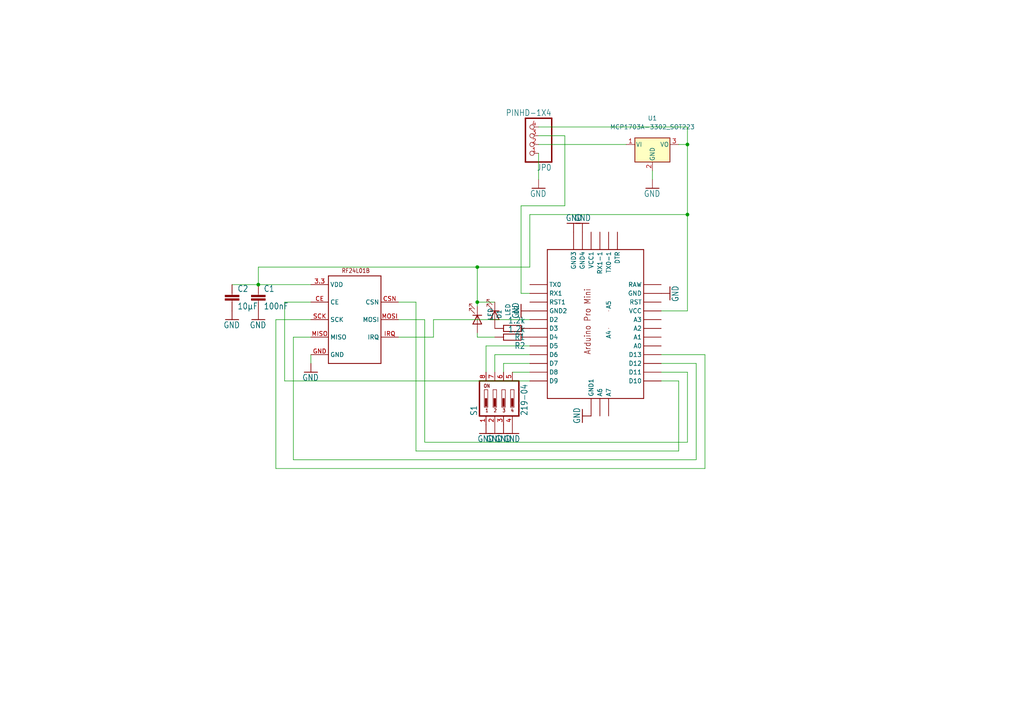
<source format=kicad_sch>
(kicad_sch (version 20211123) (generator eeschema)
  (paper "A4")
  (title_block (title "TeleinfoMySensors") (company "FuméeBleue"))
  (lib_symbols
    (symbol "Device:LED" (pin_numbers hide) (pin_names (offset 1.016) hide)
      (property "Reference" "D" (at 0 2.54 0))
      (property "Value" "LED" (at 0 -2.54 0))
      (symbol "LED_0_1"
        (polyline (pts (xy -1.27 -1.27) (xy -1.27 1.27)) (stroke (width 0.254)))
        (polyline (pts (xy -1.27 0) (xy 1.27 0)))
        (polyline (pts (xy 1.27 -1.27) (xy 1.27 1.27) (xy -1.27 0) (xy 1.27 -1.27)) (stroke (width 0.254)))
        (polyline (pts (xy -3.048 -0.762) (xy -4.572 -2.286) (xy -3.81 -2.286) (xy -4.572 -2.286) (xy -4.572 -1.524)))
        (polyline (pts (xy -1.778 -0.762) (xy -3.302 -2.286) (xy -2.54 -2.286) (xy -3.302 -2.286) (xy -3.302 -1.524)))
      )
      (symbol "LED_1_1"
        (pin passive line (at -3.81 0 0) (length 2.54) (name "K") (number "1"))
        (pin passive line (at 3.81 0 180) (length 2.54) (name "A") (number "2"))
      )
    )
    (symbol "Regulator_Linear:MCP1703A-3302_SOT223" (pin_names (offset 0.254))
      (property "Reference" "U" (at -3.81 3.175 0))
      (property "Value" "MCP1703A-3302_SOT223" (at 0 3.175 0))
      (symbol "MCP1703A-3302_SOT223_0_1"
        (rectangle (start -5.08 -5.08) (end 5.08 1.905) (stroke (width 0.254)) (fill (type background)))
      )
      (symbol "MCP1703A-3302_SOT223_1_1"
        (pin power_in line (at -7.62 0 0) (length 2.54) (name "VI") (number "1"))
        (pin power_in line (at 0 -7.62 90) (length 2.54) (name "GND") (number "2"))
        (pin power_out line (at 7.62 0 180) (length 2.54) (name "VO") (number "3"))
      )
    )
    (symbol "TeleinfoMySensorsEBYTE2-eagle-import:219-04"
      (property "Reference" "S" (at -5.08 -5.08 90))
      (property "Value" "219-04" (at 9.525 -5.08 90))
      (symbol "219-04_1_0"
        (rectangle (start -2.794 -2.286) (end -2.286 0) (fill (type outline)))
        (rectangle (start -0.254 -2.286) (end 0.254 0) (fill (type outline)))
        (polyline (pts (xy -4.445 -5.08) (xy 6.985 -5.08)) (stroke (width 0.4064)))
        (polyline (pts (xy -4.445 5.08) (xy -4.445 -5.08)) (stroke (width 0.4064)))
        (polyline (pts (xy -3.048 -2.54) (xy -3.048 2.54)) (stroke (width 0.1524)))
        (polyline (pts (xy -3.048 2.54) (xy -2.032 2.54)) (stroke (width 0.1524)))
        (polyline (pts (xy -2.032 -2.54) (xy -3.048 -2.54)) (stroke (width 0.1524)))
        (polyline (pts (xy -2.032 2.54) (xy -2.032 -2.54)) (stroke (width 0.1524)))
        (polyline (pts (xy -0.508 -2.54) (xy -0.508 2.54)) (stroke (width 0.1524)))
        (polyline (pts (xy -0.508 2.54) (xy 0.508 2.54)) (stroke (width 0.1524)))
        (polyline (pts (xy 0.508 -2.54) (xy -0.508 -2.54)) (stroke (width 0.1524)))
        (polyline (pts (xy 0.508 2.54) (xy 0.508 -2.54)) (stroke (width 0.1524)))
        (polyline (pts (xy 2.032 -2.54) (xy 2.032 2.54)) (stroke (width 0.1524)))
        (polyline (pts (xy 2.032 2.54) (xy 3.048 2.54)) (stroke (width 0.1524)))
        (polyline (pts (xy 3.048 -2.54) (xy 2.032 -2.54)) (stroke (width 0.1524)))
        (polyline (pts (xy 3.048 2.54) (xy 3.048 -2.54)) (stroke (width 0.1524)))
        (polyline (pts (xy 4.572 -2.54) (xy 4.572 2.54)) (stroke (width 0.1524)))
        (polyline (pts (xy 4.572 2.54) (xy 5.588 2.54)) (stroke (width 0.1524)))
        (polyline (pts (xy 5.588 -2.54) (xy 4.572 -2.54)) (stroke (width 0.1524)))
        (polyline (pts (xy 5.588 2.54) (xy 5.588 -2.54)) (stroke (width 0.1524)))
        (polyline (pts (xy 6.985 -5.08) (xy 6.985 5.08)) (stroke (width 0.4064)))
        (polyline (pts (xy 6.985 5.08) (xy -4.445 5.08)) (stroke (width 0.4064)))
        (rectangle (start 2.286 -2.286) (end 2.794 0) (fill (type outline)))
        (rectangle (start 4.826 -2.286) (end 5.334 0) (fill (type outline)))
        (text "1" (at -2.794 -4.064 0) (effects (font (size 0.9906 0.842) (thickness 0.1684) bold) (justify left bottom)))
        (text "2" (at -0.381 -4.064 0) (effects (font (size 0.9906 0.842) (thickness 0.1684) bold) (justify left bottom)))
        (text "3" (at 2.159 -4.064 0) (effects (font (size 0.9906 0.842) (thickness 0.1684) bold) (justify left bottom)))
        (text "4" (at 4.572 -4.064 0) (effects (font (size 0.9906 0.842) (thickness 0.1684) bold) (justify left bottom)))
        (text "ON" (at -3.302 3.048 0) (effects (font (size 0.9906 0.842) (thickness 0.1684) bold) (justify left bottom)))
        (pin passive line (at -2.54 -7.62 90) (length 2.54) (name "1") (number "1"))
        (pin passive line (at 0 -7.62 90) (length 2.54) (name "2") (number "2"))
        (pin passive line (at 2.54 -7.62 90) (length 2.54) (name "3") (number "3"))
        (pin passive line (at 5.08 -7.62 90) (length 2.54) (name "4") (number "4"))
        (pin passive line (at 5.08 7.62 270) (length 2.54) (name "5") (number "5"))
        (pin passive line (at 2.54 7.62 270) (length 2.54) (name "6") (number "6"))
        (pin passive line (at 0 7.62 270) (length 2.54) (name "7") (number "7"))
        (pin passive line (at -2.54 7.62 270) (length 2.54) (name "8") (number "8"))
      )
    )
    (symbol "TeleinfoMySensorsEBYTE2-eagle-import:ABK-PRO-MINI"
      (symbol "ABK-PRO-MINI_1_0"
        (polyline (pts (xy -17.78 -20.32) (xy -17.78 22.86)) (stroke (width 0.254)))
        (polyline (pts (xy -17.78 22.86) (xy 10.16 22.86)) (stroke (width 0.254)))
        (polyline (pts (xy 10.16 -20.32) (xy -17.78 -20.32)) (stroke (width 0.254)))
        (polyline (pts (xy 10.16 22.86) (xy 10.16 -20.32)) (stroke (width 0.254)))
        (text "Arduino Pro Mini" (at -5.08 -7.62 900) (effects (font (size 1.778 1.5113)) (justify left bottom)))
        (pin bidirectional line (at 15.24 -5.08 180) (length 5.08) (name "A0") (number "A0"))
        (pin bidirectional line (at 15.24 -2.54 180) (length 5.08) (name "A1") (number "A1"))
        (pin bidirectional line (at 15.24 0 180) (length 5.08) (name "A2") (number "A2"))
        (pin bidirectional line (at 15.24 2.54 180) (length 5.08) (name "A3") (number "A3"))
        (pin bidirectional line (at 0 0 270) (length 0) (name "A4") (number "A4"))
        (pin bidirectional line (at 0 5.08 90) (length 0) (name "A5") (number "A5"))
        (pin bidirectional line (at -2.54 -25.4 90) (length 5.08) (name "A6") (number "A6"))
        (pin bidirectional line (at 0 -25.4 90) (length 5.08) (name "A7") (number "A7"))
        (pin bidirectional line (at 15.24 -15.24 180) (length 5.08) (name "D10") (number "D10"))
        (pin bidirectional line (at 15.24 -12.7 180) (length 5.08) (name "D11") (number "D11"))
        (pin bidirectional line (at 15.24 -10.16 180) (length 5.08) (name "D12") (number "D12"))
        (pin bidirectional line (at 15.24 -7.62 180) (length 5.08) (name "D13") (number "D13"))
        (pin bidirectional line (at -22.86 2.54 0) (length 5.08) (name "D2") (number "D2"))
        (pin bidirectional line (at -22.86 0 0) (length 5.08) (name "D3") (number "D3"))
        (pin bidirectional line (at -22.86 -2.54 0) (length 5.08) (name "D4") (number "D4"))
        (pin bidirectional line (at -22.86 -5.08 0) (length 5.08) (name "D5") (number "D5"))
        (pin bidirectional line (at -22.86 -7.62 0) (length 5.08) (name "D6") (number "D6"))
        (pin bidirectional line (at -22.86 -10.16 0) (length 5.08) (name "D7") (number "D7"))
        (pin bidirectional line (at -22.86 -12.7 0) (length 5.08) (name "D8") (number "D8"))
        (pin bidirectional line (at -22.86 -15.24 0) (length 5.08) (name "D9") (number "D9"))
        (pin bidirectional line (at 2.54 27.94 270) (length 5.08) (name "DTR") (number "DTR"))
        (pin bidirectional line (at 15.24 10.16 180) (length 5.08) (name "GND") (number "GND"))
        (pin bidirectional line (at -22.86 5.08 0) (length 5.08) (name "GND2") (number "GND1"))
        (pin bidirectional line (at -10.16 27.94 270) (length 5.08) (name "GND3") (number "GND2"))
        (pin bidirectional line (at -7.62 27.94 270) (length 5.08) (name "GND4") (number "GND3"))
        (pin bidirectional line (at -5.08 -25.4 90) (length 5.08) (name "GND1") (number "GND4"))
        (pin bidirectional line (at 15.24 12.7 180) (length 5.08) (name "RAW") (number "RAW"))
        (pin bidirectional line (at 15.24 7.62 180) (length 5.08) (name "RST") (number "RST"))
        (pin bidirectional line (at -22.86 7.62 0) (length 5.08) (name "RST1") (number "RST1"))
        (pin bidirectional line (at -22.86 10.16 0) (length 5.08) (name "RX1") (number "RX1"))
        (pin bidirectional line (at -2.54 27.94 270) (length 5.08) (name "RX1-1") (number "RX1-1"))
        (pin bidirectional line (at -22.86 12.7 0) (length 5.08) (name "TX0") (number "TX0"))
        (pin bidirectional line (at 0 27.94 270) (length 5.08) (name "TX0-1") (number "TX0-1"))
        (pin bidirectional line (at 15.24 5.08 180) (length 5.08) (name "VCC") (number "VCC"))
        (pin bidirectional line (at -5.08 27.94 270) (length 5.08) (name "VCC1") (number "VCC1"))
      )
    )
    (symbol "TeleinfoMySensorsEBYTE2-eagle-import:C-EUC1206"
      (property "Reference" "C" (at 1.524 0.381 0))
      (property "Value" "C-EUC1206" (at 1.524 -4.699 0))
      (symbol "C-EUC1206_1_0"
        (rectangle (start -2.032 -2.032) (end 2.032 -1.524) (fill (type outline)))
        (rectangle (start -2.032 -1.016) (end 2.032 -0.508) (fill (type outline)))
        (polyline (pts (xy 0 -2.54) (xy 0 -2.032)) (stroke (width 0.1524)))
        (polyline (pts (xy 0 0) (xy 0 -0.508)) (stroke (width 0.1524)))
        (pin passive line (at 0 2.54 270) (length 2.54) (name "1") (number "1"))
        (pin passive line (at 0 -5.08 90) (length 2.54) (name "2") (number "2"))
      )
    )
    (symbol "TeleinfoMySensorsEBYTE2-eagle-import:C-EUC1210"
      (property "Reference" "C" (at 1.524 0.381 0))
      (property "Value" "C-EUC1210" (at 1.524 -4.699 0))
      (symbol "C-EUC1210_1_0"
        (rectangle (start -2.032 -2.032) (end 2.032 -1.524) (fill (type outline)))
        (rectangle (start -2.032 -1.016) (end 2.032 -0.508) (fill (type outline)))
        (polyline (pts (xy 0 -2.54) (xy 0 -2.032)) (stroke (width 0.1524)))
        (polyline (pts (xy 0 0) (xy 0 -0.508)) (stroke (width 0.1524)))
        (pin passive line (at 0 2.54 270) (length 2.54) (name "1") (number "1"))
        (pin passive line (at 0 -5.08 90) (length 2.54) (name "2") (number "2"))
      )
    )
    (symbol "TeleinfoMySensorsEBYTE2-eagle-import:GND" (power)
      (property "Value" "GND" (at -2.54 -2.54 0))
      (symbol "GND_1_0"
        (polyline (pts (xy -1.905 0) (xy 1.905 0)) (stroke (width 0.254)))
        (pin power_in line (at 0 2.54 270) (length 2.54) (name "GND") (number "1"))
      )
    )
    (symbol "TeleinfoMySensorsEBYTE2-eagle-import:NRFL01SMSEBYTE"
      (symbol "NRFL01SMSEBYTE_1_0"
        (polyline (pts (xy -7.62 -12.7) (xy -7.62 12.7)) (stroke (width 0.254)))
        (polyline (pts (xy -7.62 12.7) (xy 7.62 12.7)) (stroke (width 0.254)))
        (polyline (pts (xy 7.62 -12.7) (xy -7.62 -12.7)) (stroke (width 0.254)))
        (polyline (pts (xy 7.62 12.7) (xy 7.62 -12.7)) (stroke (width 0.254)))
        (text "RF24L01B" (at -3.81 13.462 0) (effects (font (size 1.27 1.0795)) (justify left bottom)))
        (pin bidirectional line (at -12.7 10.16 0) (length 5.08) (name "VDD") (number "3.3"))
        (pin bidirectional line (at -12.7 5.08 0) (length 5.08) (name "CE") (number "CE"))
        (pin bidirectional line (at 12.7 5.08 180) (length 5.08) (name "CSN") (number "CSN"))
        (pin bidirectional line (at -12.7 -10.16 0) (length 5.08) (name "GND") (number "GND"))
        (pin bidirectional line (at 12.7 -5.08 180) (length 5.08) (name "IRQ") (number "IRQ"))
        (pin bidirectional line (at -12.7 -5.08 0) (length 5.08) (name "MISO") (number "MISO"))
        (pin bidirectional line (at 12.7 0 180) (length 5.08) (name "MOSI") (number "MOSI"))
        (pin bidirectional line (at -12.7 0 0) (length 5.08) (name "SCK") (number "SCK"))
      )
    )
    (symbol "TeleinfoMySensorsEBYTE2-eagle-import:PINHD-1X4"
      (property "Reference" "JP" (at -6.35 8.255 0))
      (property "Value" "PINHD-1X4" (at -6.35 -7.62 0))
      (symbol "PINHD-1X4_1_0"
        (polyline (pts (xy -6.35 -5.08) (xy 1.27 -5.08)) (stroke (width 0.4064)))
        (polyline (pts (xy -6.35 7.62) (xy -6.35 -5.08)) (stroke (width 0.4064)))
        (polyline (pts (xy 1.27 -5.08) (xy 1.27 7.62)) (stroke (width 0.4064)))
        (polyline (pts (xy 1.27 7.62) (xy -6.35 7.62)) (stroke (width 0.4064)))
        (pin passive inverted (at -2.54 5.08 0) (length 2.54) (name "1") (number "1"))
        (pin passive inverted (at -2.54 2.54 0) (length 2.54) (name "2") (number "2"))
        (pin passive inverted (at -2.54 0 0) (length 2.54) (name "3") (number "3"))
        (pin passive inverted (at -2.54 -2.54 0) (length 2.54) (name "4") (number "4"))
      )
    )
    (symbol "TeleinfoMySensorsEBYTE2-eagle-import:R-EU_M1206"
      (property "Reference" "R" (at -3.81 1.4986 0))
      (property "Value" "R-EU_M1206" (at -3.81 -3.302 0))
      (symbol "R-EU_M1206_1_0"
        (polyline (pts (xy -2.54 -0.889) (xy -2.54 0.889)) (stroke (width 0.254)))
        (polyline (pts (xy -2.54 -0.889) (xy 2.54 -0.889)) (stroke (width 0.254)))
        (polyline (pts (xy 2.54 -0.889) (xy 2.54 0.889)) (stroke (width 0.254)))
        (polyline (pts (xy 2.54 0.889) (xy -2.54 0.889)) (stroke (width 0.254)))
        (pin passive line (at -5.08 0 0) (length 2.54) (name "1") (number "1"))
        (pin passive line (at 5.08 0 180) (length 2.54) (name "2") (number "2"))
      )
    )
  )
  (junction (at 138.43 77.47))
  (junction (at 74.93 82.55))
  (junction (at 199.39 41.91))
  (junction (at 199.39 62.23))
  (junction (at 138.43 87.63))
  (wire (pts (xy 74.93 77.47) (xy 74.93 82.55)))
  (wire (pts (xy 199.39 90.17) (xy 199.39 62.23)))
  (wire (pts (xy 140.97 107.95) (xy 140.97 100.33)))
  (wire (pts (xy 153.67 77.47) (xy 138.43 77.47)))
  (wire (pts (xy 120.65 87.63) (xy 120.65 130.81)))
  (wire (pts (xy 204.47 135.89) (xy 204.47 102.87)))
  (wire (pts (xy 156.21 52.07) (xy 156.21 44.45)))
  (wire (pts (xy 163.83 59.69) (xy 163.83 39.37)))
  (wire (pts (xy 138.43 97.79) (xy 138.43 96.52)))
  (wire (pts (xy 199.39 62.23) (xy 153.67 62.23)))
  (wire (pts (xy 191.77 90.17) (xy 199.39 90.17)))
  (wire (pts (xy 143.51 97.79) (xy 138.43 97.79)))
  (wire (pts (xy 199.39 36.83) (xy 199.39 41.91)))
  (wire (pts (xy 146.05 105.41) (xy 153.67 105.41)))
  (wire (pts (xy 199.39 128.27) (xy 199.39 107.95)))
  (wire (pts (xy 85.09 133.35) (xy 201.93 133.35)))
  (wire (pts (xy 67.31 82.55) (xy 74.93 82.55)))
  (wire (pts (xy 138.43 87.63) (xy 138.43 77.47)))
  (wire (pts (xy 74.93 82.55) (xy 90.17 82.55)))
  (wire (pts (xy 90.17 102.87) (xy 90.17 105.41)))
  (wire (pts (xy 90.17 92.71) (xy 80.01 92.71)))
  (wire (pts (xy 189.23 49.53) (xy 189.23 52.07)))
  (wire (pts (xy 82.55 87.63) (xy 82.55 110.49)))
  (wire (pts (xy 125.73 92.71) (xy 153.67 92.71)))
  (wire (pts (xy 148.59 107.95) (xy 153.67 107.95)))
  (wire (pts (xy 151.13 85.09) (xy 151.13 59.69)))
  (wire (pts (xy 146.05 107.95) (xy 146.05 105.41)))
  (wire (pts (xy 138.43 87.63) (xy 143.51 87.63)))
  (wire (pts (xy 82.55 110.49) (xy 153.67 110.49)))
  (wire (pts (xy 163.83 39.37) (xy 156.21 39.37)))
  (wire (pts (xy 80.01 92.71) (xy 80.01 135.89)))
  (wire (pts (xy 123.19 92.71) (xy 123.19 128.27)))
  (wire (pts (xy 199.39 41.91) (xy 199.39 62.23)))
  (wire (pts (xy 201.93 133.35) (xy 201.93 105.41)))
  (wire (pts (xy 90.17 87.63) (xy 82.55 87.63)))
  (wire (pts (xy 115.57 97.79) (xy 125.73 97.79)))
  (wire (pts (xy 196.85 41.91) (xy 199.39 41.91)))
  (wire (pts (xy 123.19 128.27) (xy 199.39 128.27)))
  (wire (pts (xy 151.13 59.69) (xy 163.83 59.69)))
  (wire (pts (xy 120.65 130.81) (xy 196.85 130.81)))
  (wire (pts (xy 204.47 102.87) (xy 191.77 102.87)))
  (wire (pts (xy 143.51 107.95) (xy 143.51 102.87)))
  (wire (pts (xy 156.21 36.83) (xy 199.39 36.83)))
  (wire (pts (xy 80.01 135.89) (xy 204.47 135.89)))
  (wire (pts (xy 196.85 130.81) (xy 196.85 110.49)))
  (wire (pts (xy 140.97 100.33) (xy 153.67 100.33)))
  (wire (pts (xy 125.73 97.79) (xy 125.73 92.71)))
  (wire (pts (xy 90.17 97.79) (xy 85.09 97.79)))
  (wire (pts (xy 196.85 110.49) (xy 191.77 110.49)))
  (wire (pts (xy 151.13 85.09) (xy 153.67 85.09)))
  (wire (pts (xy 143.51 102.87) (xy 153.67 102.87)))
  (wire (pts (xy 115.57 87.63) (xy 120.65 87.63)))
  (wire (pts (xy 201.93 105.41) (xy 191.77 105.41)))
  (wire (pts (xy 138.43 77.47) (xy 74.93 77.47)))
  (wire (pts (xy 123.19 92.71) (xy 115.57 92.71)))
  (wire (pts (xy 199.39 107.95) (xy 191.77 107.95)))
  (wire (pts (xy 156.21 41.91) (xy 181.61 41.91)))
  (wire (pts (xy 85.09 97.79) (xy 85.09 133.35)))
  (wire (pts (xy 153.67 62.23) (xy 153.67 77.47)))
  (wire (pts (xy 138.43 88.9) (xy 138.43 87.63)))
  (symbol (lib_id "TeleinfoMySensorsEBYTE2-eagle-import:NRFL01SMSEBYTE") (at 102.87 92.71 0) (unit 1)
    (property "Reference" "U$5" (effects hide))
    (property "Value" "NRFL01SMSEBYTE" (effects hide))
    (property "Footprint" "TeleinfoMySensorsEBYTE2:24L01SMDEBYTE" (effects hide))
  )
  (symbol (lib_id "TeleinfoMySensorsEBYTE2-eagle-import:GND") (at 168.91 120.65 270) (unit 1)
    (property "Reference" "#GND08" (effects hide))
    (property "Value" "GND" (at 166.37 118.11 0) (effects (font (size 1.778 1.5113)) (justify left bottom)))
    (property "Footprint" "TeleinfoMySensorsEBYTE2:" (effects hide))
  )
  (symbol (lib_id "Device:LED") (at 143.51 91.44 270) (unit 1)
    (property "Reference" "D2" (at 149.86 89.8525 0))
    (property "Value" "LED" (at 147.32 89.8525 0))
    (property "Footprint" "LED_THT:LED_D3.0mm" (effects hide))
  )
  (symbol (lib_id "TeleinfoMySensorsEBYTE2-eagle-import:GND") (at 156.21 54.61 0) (unit 1)
    (property "Reference" "#GND015" (effects hide))
    (property "Value" "GND" (at 153.67 57.15 0) (effects (font (size 1.778 1.5113)) (justify left bottom)))
    (property "Footprint" "TeleinfoMySensorsEBYTE2:" (effects hide))
  )
  (symbol (lib_id "TeleinfoMySensorsEBYTE2-eagle-import:GND") (at 140.97 125.73 0) (unit 1)
    (property "Reference" "#GND02" (effects hide))
    (property "Value" "GND" (at 138.43 128.27 0) (effects (font (size 1.778 1.5113)) (justify left bottom)))
    (property "Footprint" "TeleinfoMySensorsEBYTE2:" (effects hide))
  )
  (symbol (lib_id "Regulator_Linear:MCP1703A-3302_SOT223") (at 189.23 41.91 0) (unit 1)
    (property "Reference" "U1" (at 189.23 34.29 0))
    (property "Value" "MCP1703A-3302_SOT223" (at 189.23 36.83 0))
    (property "Footprint" "Package_TO_SOT_SMD:SOT-223-3_TabPin2" (effects hide))
    (property "Datasheet" "http://ww1.microchip.com/downloads/en/DeviceDoc/20005122B.pdf" (effects hide))
  )
  (symbol (lib_id "TeleinfoMySensorsEBYTE2-eagle-import:GND") (at 146.05 125.73 0) (unit 1)
    (property "Reference" "#GND05" (effects hide))
    (property "Value" "GND" (at 143.51 128.27 0) (effects (font (size 1.778 1.5113)) (justify left bottom)))
    (property "Footprint" "TeleinfoMySensorsEBYTE2:" (effects hide))
  )
  (symbol (lib_id "TeleinfoMySensorsEBYTE2-eagle-import:PINHD-1X4") (at 153.67 39.37 180) (unit 1)
    (property "Reference" "JP0" (at 160.02 47.625 0) (effects (font (size 1.778 1.5113)) (justify left bottom)))
    (property "Value" "PINHD-1X4" (at 160.02 31.75 0) (effects (font (size 1.778 1.5113)) (justify left bottom)))
    (property "Footprint" "TeleinfoMySensorsEBYTE2:1X04" (effects hide))
  )
  (symbol (lib_id "TeleinfoMySensorsEBYTE2-eagle-import:GND") (at 74.93 92.71 0) (unit 1)
    (property "Reference" "#GND016" (effects hide))
    (property "Value" "GND" (at 72.39 95.25 0) (effects (font (size 1.778 1.5113)) (justify left bottom)))
    (property "Footprint" "TeleinfoMySensorsEBYTE2:" (effects hide))
  )
  (symbol (lib_id "TeleinfoMySensorsEBYTE2-eagle-import:GND") (at 148.59 125.73 0) (unit 1)
    (property "Reference" "#GND010" (effects hide))
    (property "Value" "GND" (at 146.05 128.27 0) (effects (font (size 1.778 1.5113)) (justify left bottom)))
    (property "Footprint" "TeleinfoMySensorsEBYTE2:" (effects hide))
  )
  (symbol (lib_id "TeleinfoMySensorsEBYTE2-eagle-import:GND") (at 151.13 90.17 270) (unit 1)
    (property "Reference" "#GND011" (effects hide))
    (property "Value" "GND" (at 148.59 87.63 0) (effects (font (size 1.778 1.5113)) (justify left bottom)))
    (property "Footprint" "TeleinfoMySensorsEBYTE2:" (effects hide))
  )
  (symbol (lib_id "TeleinfoMySensorsEBYTE2-eagle-import:ABK-PRO-MINI") (at 176.53 95.25 0) (unit 1)
    (property "Reference" "U$1" (effects hide))
    (property "Value" "ABK-PRO-MINI" (effects hide))
    (property "Footprint" "TeleinfoMySensorsEBYTE2:ABK-PRO-MINI" (effects hide))
  )
  (symbol (lib_id "TeleinfoMySensorsEBYTE2-eagle-import:GND") (at 168.91 64.77 180) (unit 1)
    (property "Reference" "#GND06" (effects hide))
    (property "Value" "GND" (at 171.45 62.23 0) (effects (font (size 1.778 1.5113)) (justify left bottom)))
    (property "Footprint" "TeleinfoMySensorsEBYTE2:" (effects hide))
  )
  (symbol (lib_id "TeleinfoMySensorsEBYTE2-eagle-import:GND") (at 189.23 54.61 0) (unit 1)
    (property "Reference" "#GND01" (effects hide))
    (property "Value" "GND" (at 186.69 57.15 0) (effects (font (size 1.778 1.5113)) (justify left bottom)))
    (property "Footprint" "TeleinfoMySensorsEBYTE2:" (effects hide))
  )
  (symbol (lib_id "TeleinfoMySensorsEBYTE2-eagle-import:GND") (at 67.31 92.71 0) (unit 1)
    (property "Reference" "#GND014" (effects hide))
    (property "Value" "GND" (at 64.77 95.25 0) (effects (font (size 1.778 1.5113)) (justify left bottom)))
    (property "Footprint" "TeleinfoMySensorsEBYTE2:" (effects hide))
  )
  (symbol (lib_id "TeleinfoMySensorsEBYTE2-eagle-import:R-EU_M1206") (at 148.59 97.79 180) (unit 1)
    (property "Reference" "R2" (at 152.4 99.2886 0) (effects (font (size 1.778 1.5113)) (justify left bottom)))
    (property "Value" "1.2k" (at 152.4 94.488 0) (effects (font (size 1.778 1.5113)) (justify left bottom)))
    (property "Footprint" "Resistor_SMD:R_1206_3216Metric" (effects hide))
  )
  (symbol (lib_id "TeleinfoMySensorsEBYTE2-eagle-import:C-EUC1206") (at 74.93 85.09 0) (unit 1)
    (property "Reference" "C1" (at 76.454 84.709 0) (effects (font (size 1.778 1.5113)) (justify left bottom)))
    (property "Value" "100nF" (at 76.454 89.789 0) (effects (font (size 1.778 1.5113)) (justify left bottom)))
    (property "Footprint" "Capacitor_SMD:C_1206_3216Metric" (effects hide))
  )
  (symbol (lib_id "TeleinfoMySensorsEBYTE2-eagle-import:GND") (at 194.31 85.09 90) (unit 1)
    (property "Reference" "#GND07" (effects hide))
    (property "Value" "GND" (at 196.85 87.63 0) (effects (font (size 1.778 1.5113)) (justify left bottom)))
    (property "Footprint" "TeleinfoMySensorsEBYTE2:" (effects hide))
  )
  (symbol (lib_id "Device:LED") (at 138.43 92.71 270) (unit 1)
    (property "Reference" "D1" (at 144.78 91.1225 0))
    (property "Value" "LED" (at 142.24 91.1225 0))
    (property "Footprint" "LED_THT:LED_D3.0mm" (effects hide))
  )
  (symbol (lib_id "TeleinfoMySensorsEBYTE2-eagle-import:GND") (at 90.17 107.95 0) (unit 1)
    (property "Reference" "#GND09" (effects hide))
    (property "Value" "GND" (at 87.63 110.49 0) (effects (font (size 1.778 1.5113)) (justify left bottom)))
    (property "Footprint" "TeleinfoMySensorsEBYTE2:" (effects hide))
  )
  (symbol (lib_id "TeleinfoMySensorsEBYTE2-eagle-import:R-EU_M1206") (at 148.59 95.25 180) (unit 1)
    (property "Reference" "R1" (at 152.4 96.7486 0) (effects (font (size 1.778 1.5113)) (justify left bottom)))
    (property "Value" "1.2k" (at 152.4 91.948 0) (effects (font (size 1.778 1.5113)) (justify left bottom)))
    (property "Footprint" "Resistor_SMD:R_1206_3216Metric" (effects hide))
  )
  (symbol (lib_id "TeleinfoMySensorsEBYTE2-eagle-import:C-EUC1210") (at 67.31 85.09 0) (unit 1)
    (property "Reference" "C2" (at 68.834 84.709 0) (effects (font (size 1.778 1.5113)) (justify left bottom)))
    (property "Value" "10µF" (at 68.834 89.789 0) (effects (font (size 1.778 1.5113)) (justify left bottom)))
    (property "Footprint" "Capacitor_SMD:C_1210_3225Metric" (effects hide))
  )
  (symbol (lib_id "TeleinfoMySensorsEBYTE2-eagle-import:GND") (at 166.37 64.77 180) (unit 1)
    (property "Reference" "#GND03" (effects hide))
    (property "Value" "GND" (at 168.91 62.23 0) (effects (font (size 1.778 1.5113)) (justify left bottom)))
    (property "Footprint" "TeleinfoMySensorsEBYTE2:" (effects hide))
  )
  (symbol (lib_id "TeleinfoMySensorsEBYTE2-eagle-import:219-04") (at 143.51 115.57 0) (unit 1)
    (property "Reference" "S1" (at 138.43 120.65 90) (effects (font (size 1.778 1.5113)) (justify left bottom)))
    (property "Value" "219-04" (at 153.035 120.65 90) (effects (font (size 1.778 1.5113)) (justify left bottom)))
    (property "Footprint" "TeleinfoMySensorsEBYTE2:CTS-219-04" (effects hide))
  )
  (symbol (lib_id "TeleinfoMySensorsEBYTE2-eagle-import:GND") (at 143.51 125.73 0) (unit 1)
    (property "Reference" "#GND04" (effects hide))
    (property "Value" "GND" (at 140.97 128.27 0) (effects (font (size 1.778 1.5113)) (justify left bottom)))
    (property "Footprint" "TeleinfoMySensorsEBYTE2:" (effects hide))
  )
)
</source>
